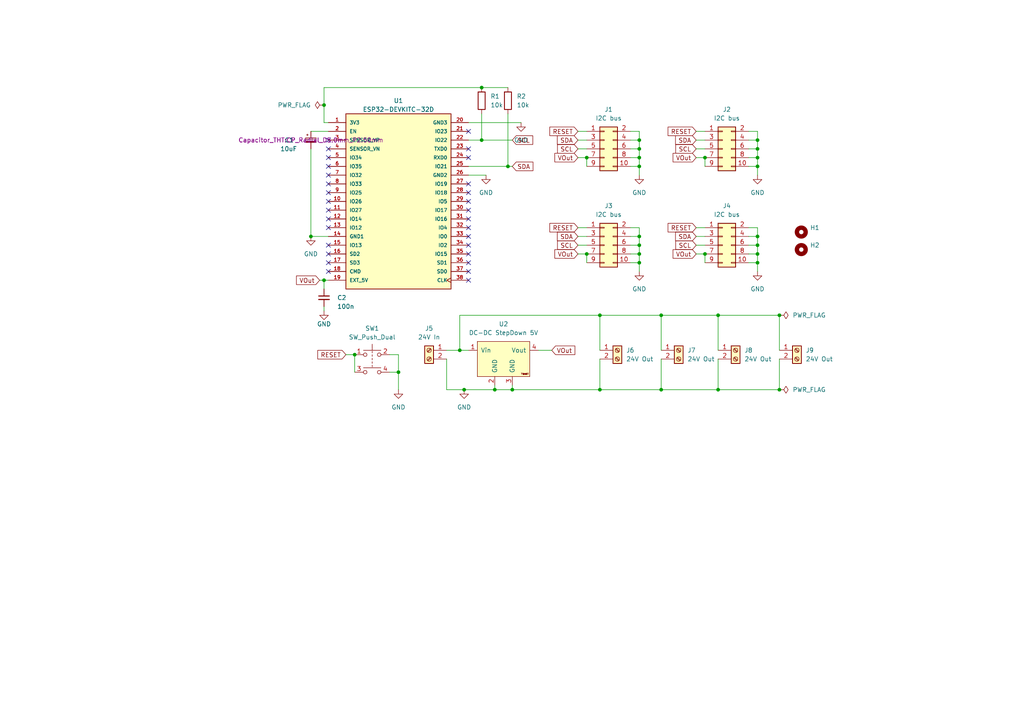
<source format=kicad_sch>
(kicad_sch (version 20211123) (generator eeschema)
  (paper "A4")
  (lib_symbols
    (symbol "Connector:Screw_Terminal_01x02" (pin_names (offset 1.016) hide)
      (property "Reference" "J" (at 0 2.54 0))
      (property "Value" "Screw_Terminal_01x02" (at 0 -5.08 0))
      (symbol "Screw_Terminal_01x02_1_1"
        (rectangle (start -1.27 1.27) (end 1.27 -3.81) (stroke (width 0.254)) (fill (type background)))
        (circle (center 0 -2.54) (radius 0.635) (stroke (width 0.1524)))
        (polyline (pts (xy -0.5334 -2.2098) (xy 0.3302 -3.048)) (stroke (width 0.1524)))
        (polyline (pts (xy -0.5334 0.3302) (xy 0.3302 -0.508)) (stroke (width 0.1524)))
        (polyline (pts (xy -0.3556 -2.032) (xy 0.508 -2.8702)) (stroke (width 0.1524)))
        (polyline (pts (xy -0.3556 0.508) (xy 0.508 -0.3302)) (stroke (width 0.1524)))
        (circle (center 0 0) (radius 0.635) (stroke (width 0.1524)))
        (pin passive line (at -5.08 0 0) (length 3.81) (name "Pin_1") (number "1"))
        (pin passive line (at -5.08 -2.54 0) (length 3.81) (name "Pin_2") (number "2"))
      )
    )
    (symbol "Connector_Generic:Conn_02x05_Odd_Even" (pin_names (offset 1.016) hide)
      (property "Reference" "J" (at 1.27 7.62 0))
      (property "Value" "Conn_02x05_Odd_Even" (at 1.27 -7.62 0))
      (symbol "Conn_02x05_Odd_Even_1_1"
        (rectangle (start -1.27 -4.953) (end 0 -5.207) (stroke (width 0.1524)))
        (rectangle (start -1.27 -2.413) (end 0 -2.667) (stroke (width 0.1524)))
        (rectangle (start -1.27 0.127) (end 0 -0.127) (stroke (width 0.1524)))
        (rectangle (start -1.27 2.667) (end 0 2.413) (stroke (width 0.1524)))
        (rectangle (start -1.27 5.207) (end 0 4.953) (stroke (width 0.1524)))
        (rectangle (start -1.27 6.35) (end 3.81 -6.35) (stroke (width 0.254)) (fill (type background)))
        (rectangle (start 3.81 -4.953) (end 2.54 -5.207) (stroke (width 0.1524)))
        (rectangle (start 3.81 -2.413) (end 2.54 -2.667) (stroke (width 0.1524)))
        (rectangle (start 3.81 0.127) (end 2.54 -0.127) (stroke (width 0.1524)))
        (rectangle (start 3.81 2.667) (end 2.54 2.413) (stroke (width 0.1524)))
        (rectangle (start 3.81 5.207) (end 2.54 4.953) (stroke (width 0.1524)))
        (pin passive line (at -5.08 5.08 0) (length 3.81) (name "Pin_1") (number "1"))
        (pin passive line (at 7.62 -5.08 180) (length 3.81) (name "Pin_10") (number "10"))
        (pin passive line (at 7.62 5.08 180) (length 3.81) (name "Pin_2") (number "2"))
        (pin passive line (at -5.08 2.54 0) (length 3.81) (name "Pin_3") (number "3"))
        (pin passive line (at 7.62 2.54 180) (length 3.81) (name "Pin_4") (number "4"))
        (pin passive line (at -5.08 0 0) (length 3.81) (name "Pin_5") (number "5"))
        (pin passive line (at 7.62 0 180) (length 3.81) (name "Pin_6") (number "6"))
        (pin passive line (at -5.08 -2.54 0) (length 3.81) (name "Pin_7") (number "7"))
        (pin passive line (at 7.62 -2.54 180) (length 3.81) (name "Pin_8") (number "8"))
        (pin passive line (at -5.08 -5.08 0) (length 3.81) (name "Pin_9") (number "9"))
      )
    )
    (symbol "Device:C_Polarized_Small" (pin_numbers hide) (pin_names (offset 0.254) hide)
      (property "Reference" "C" (at 0.254 1.778 0))
      (property "Value" "C_Polarized_Small" (at 0.254 -2.032 0))
      (symbol "C_Polarized_Small_0_1"
        (rectangle (start -1.524 -0.3048) (end 1.524 -0.6858) (fill (type outline)))
        (rectangle (start -1.524 0.6858) (end 1.524 0.3048))
        (polyline (pts (xy -1.27 1.524) (xy -0.762 1.524)))
        (polyline (pts (xy -1.016 1.27) (xy -1.016 1.778)))
      )
      (symbol "C_Polarized_Small_1_1"
        (pin passive line (at 0 2.54 270) (length 1.8542) (name "~") (number "1"))
        (pin passive line (at 0 -2.54 90) (length 1.8542) (name "~") (number "2"))
      )
    )
    (symbol "Device:C_Small" (pin_numbers hide) (pin_names (offset 0.254) hide)
      (property "Reference" "C" (at 0.254 1.778 0))
      (property "Value" "C_Small" (at 0.254 -2.032 0))
      (symbol "C_Small_0_1"
        (polyline (pts (xy -1.524 -0.508) (xy 1.524 -0.508)) (stroke (width 0.3302)))
        (polyline (pts (xy -1.524 0.508) (xy 1.524 0.508)) (stroke (width 0.3048)))
      )
      (symbol "C_Small_1_1"
        (pin passive line (at 0 2.54 270) (length 2.032) (name "~") (number "1"))
        (pin passive line (at 0 -2.54 90) (length 2.032) (name "~") (number "2"))
      )
    )
    (symbol "Device:R" (pin_numbers hide) (pin_names (offset 0))
      (property "Reference" "R" (at 2.032 0 90))
      (property "Value" "R" (at 0 0 90))
      (symbol "R_0_1"
        (rectangle (start -1.016 -2.54) (end 1.016 2.54) (stroke (width 0.254)))
      )
      (symbol "R_1_1"
        (pin passive line (at 0 3.81 270) (length 1.27) (name "~") (number "1"))
        (pin passive line (at 0 -3.81 90) (length 1.27) (name "~") (number "2"))
      )
    )
    (symbol "ESP32-DEVKITC-32D:ESP32-DEVKITC-32D" (pin_names (offset 1.016))
      (property "Reference" "U" (at -15.2654 26.0604 0))
      (property "Value" "ESP32-DEVKITC-32D" (at -15.2654 -27.9654 0))
      (symbol "ESP32-DEVKITC-32D_0_0"
        (rectangle (start -15.24 -25.4) (end 15.24 25.4) (stroke (width 0.254)) (fill (type background)))
        (pin power_in line (at -20.32 22.86 0) (length 5.08) (name "3V3") (number "1"))
        (pin bidirectional line (at -20.32 0 0) (length 5.08) (name "IO26") (number "10"))
        (pin bidirectional line (at -20.32 -2.54 0) (length 5.08) (name "IO27") (number "11"))
        (pin bidirectional line (at -20.32 -5.08 0) (length 5.08) (name "IO14") (number "12"))
        (pin bidirectional line (at -20.32 -7.62 0) (length 5.08) (name "IO12") (number "13"))
        (pin power_in line (at -20.32 -10.16 0) (length 5.08) (name "GND1") (number "14"))
        (pin bidirectional line (at -20.32 -12.7 0) (length 5.08) (name "IO13") (number "15"))
        (pin bidirectional line (at -20.32 -15.24 0) (length 5.08) (name "SD2") (number "16"))
        (pin bidirectional line (at -20.32 -17.78 0) (length 5.08) (name "SD3") (number "17"))
        (pin bidirectional line (at -20.32 -20.32 0) (length 5.08) (name "CMD") (number "18"))
        (pin power_in line (at -20.32 -22.86 0) (length 5.08) (name "EXT_5V") (number "19"))
        (pin input line (at -20.32 20.32 0) (length 5.08) (name "EN") (number "2"))
        (pin power_in line (at 20.32 22.86 180) (length 5.08) (name "GND3") (number "20"))
        (pin bidirectional line (at 20.32 20.32 180) (length 5.08) (name "IO23") (number "21"))
        (pin bidirectional line (at 20.32 17.78 180) (length 5.08) (name "IO22") (number "22"))
        (pin output line (at 20.32 15.24 180) (length 5.08) (name "TXD0") (number "23"))
        (pin input line (at 20.32 12.7 180) (length 5.08) (name "RXD0") (number "24"))
        (pin bidirectional line (at 20.32 10.16 180) (length 5.08) (name "IO21") (number "25"))
        (pin power_in line (at 20.32 7.62 180) (length 5.08) (name "GND2") (number "26"))
        (pin bidirectional line (at 20.32 5.08 180) (length 5.08) (name "IO19") (number "27"))
        (pin bidirectional line (at 20.32 2.54 180) (length 5.08) (name "IO18") (number "28"))
        (pin bidirectional line (at 20.32 0 180) (length 5.08) (name "IO5") (number "29"))
        (pin input line (at -20.32 17.78 0) (length 5.08) (name "SENSOR_VP") (number "3"))
        (pin bidirectional line (at 20.32 -2.54 180) (length 5.08) (name "IO17") (number "30"))
        (pin bidirectional line (at 20.32 -5.08 180) (length 5.08) (name "IO16") (number "31"))
        (pin bidirectional line (at 20.32 -7.62 180) (length 5.08) (name "IO4") (number "32"))
        (pin bidirectional line (at 20.32 -10.16 180) (length 5.08) (name "IO0") (number "33"))
        (pin bidirectional line (at 20.32 -12.7 180) (length 5.08) (name "IO2") (number "34"))
        (pin bidirectional line (at 20.32 -15.24 180) (length 5.08) (name "IO15") (number "35"))
        (pin bidirectional line (at 20.32 -17.78 180) (length 5.08) (name "SD1") (number "36"))
        (pin bidirectional line (at 20.32 -20.32 180) (length 5.08) (name "SD0") (number "37"))
        (pin input clock (at 20.32 -22.86 180) (length 5.08) (name "CLK") (number "38"))
        (pin input line (at -20.32 15.24 0) (length 5.08) (name "SENSOR_VN") (number "4"))
        (pin bidirectional line (at -20.32 12.7 0) (length 5.08) (name "IO34") (number "5"))
        (pin bidirectional line (at -20.32 10.16 0) (length 5.08) (name "IO35") (number "6"))
        (pin bidirectional line (at -20.32 7.62 0) (length 5.08) (name "IO32") (number "7"))
        (pin bidirectional line (at -20.32 5.08 0) (length 5.08) (name "IO33") (number "8"))
        (pin bidirectional line (at -20.32 2.54 0) (length 5.08) (name "IO25") (number "9"))
      )
    )
    (symbol "Mechanical:MountingHole" (pin_names (offset 1.016))
      (property "Reference" "H" (at 0 5.08 0))
      (property "Value" "MountingHole" (at 0 3.175 0))
      (symbol "MountingHole_0_1"
        (circle (center 0 0) (radius 1.27) (stroke (width 1.27)))
      )
    )
    (symbol "Switch:SW_Push_Dual" (pin_names (offset 1.016) hide)
      (property "Reference" "SW" (at 1.27 2.54 0))
      (property "Value" "SW_Push_Dual" (at 0 -6.858 0))
      (symbol "SW_Push_Dual_0_1"
        (circle (center -2.032 -5.08) (radius 0.508))
        (circle (center -2.032 0) (radius 0.508))
        (polyline (pts (xy 0 -3.048) (xy 0 -3.556)))
        (polyline (pts (xy 0 -2.032) (xy 0 -2.54)))
        (polyline (pts (xy 0 -1.524) (xy 0 -1.016)))
        (polyline (pts (xy 0 -0.508) (xy 0 0)))
        (polyline (pts (xy 0 0.508) (xy 0 1.016)))
        (polyline (pts (xy 0 1.27) (xy 0 3.048)))
        (polyline (pts (xy 2.54 -3.81) (xy -2.54 -3.81)))
        (polyline (pts (xy 2.54 1.27) (xy -2.54 1.27)))
        (circle (center 2.032 -5.08) (radius 0.508))
        (circle (center 2.032 0) (radius 0.508))
        (pin passive line (at -5.08 0 0) (length 2.54) (name "1") (number "1"))
        (pin passive line (at 5.08 0 180) (length 2.54) (name "2") (number "2"))
        (pin passive line (at -5.08 -5.08 0) (length 2.54) (name "3") (number "3"))
        (pin passive line (at 5.08 -5.08 180) (length 2.54) (name "4") (number "4"))
      )
    )
    (symbol "power:GND" (power) (pin_names (offset 0))
      (property "Value" "GND" (at 0 -3.81 0))
      (symbol "GND_0_1"
        (polyline (pts (xy 0 0) (xy 0 -1.27) (xy 1.27 -1.27) (xy 0 -2.54) (xy -1.27 -1.27) (xy 0 -1.27)))
      )
      (symbol "GND_1_1"
        (pin power_in line (at 0 0 270) (length 0) hide (name "GND") (number "1"))
      )
    )
    (symbol "power:PWR_FLAG" (power) (pin_numbers hide) (pin_names (offset 0) hide)
      (property "Value" "PWR_FLAG" (at 0 3.81 0))
      (symbol "PWR_FLAG_0_0"
        (pin power_out line (at 0 0 90) (length 0) (name "pwr") (number "1"))
      )
      (symbol "PWR_FLAG_0_1"
        (polyline (pts (xy 0 0) (xy 0 1.27) (xy -1.016 1.905) (xy 0 2.54) (xy 1.016 1.905) (xy 0 1.27)))
      )
    )
    (symbol "yaaj_dcdc_stepdown_lm2596:YAAJ_DCDC_StepDown_LM2596" (pin_names (offset 1.016))
      (property "Reference" "U" (at -5.08 6.35 0))
      (property "Value" "YAAJ_DCDC_StepDown_LM2596" (at 0 11.43 0))
      (symbol "YAAJ_DCDC_StepDown_LM2596_0_1"
        (rectangle (start -7.62 5.08) (end 7.62 -5.08) (fill (type background)))
      )
      (symbol "YAAJ_DCDC_StepDown_LM2596_1_1"
        (text "Y@@V" (at 6.1976 -4.2672 0) (effects (font (size 0.508 0.508))))
        (pin power_in line (at -10.16 2.54 0) (length 2.54) (name "Vin") (number "1"))
        (pin power_in line (at -2.54 -7.62 90) (length 2.54) (name "GND") (number "2"))
        (pin power_in line (at 2.54 -7.62 90) (length 2.54) (name "GND") (number "3"))
        (pin power_out line (at 10.16 2.54 180) (length 2.54) (name "Vout") (number "4"))
      )
    )
  )
  (junction (at 204.47 45.72))
  (junction (at 90.17 68.58))
  (junction (at 143.51 113.03))
  (junction (at 185.42 68.58))
  (junction (at 219.71 43.18))
  (junction (at 139.7 25.4))
  (junction (at 93.98 30.48))
  (junction (at 134.62 113.03))
  (junction (at 170.18 73.66))
  (junction (at 185.42 40.64))
  (junction (at 173.99 91.44))
  (junction (at 219.71 48.26))
  (junction (at 226.06 113.03))
  (junction (at 185.42 76.2))
  (junction (at 170.18 45.72))
  (junction (at 191.77 113.03))
  (junction (at 148.59 113.03))
  (junction (at 208.28 91.44))
  (junction (at 93.98 81.28))
  (junction (at 219.71 45.72))
  (junction (at 147.32 48.26))
  (junction (at 185.42 71.12))
  (junction (at 191.77 91.44))
  (junction (at 208.28 113.03))
  (junction (at 226.06 91.44))
  (junction (at 219.71 73.66))
  (junction (at 173.99 113.03))
  (junction (at 185.42 43.18))
  (junction (at 139.7 40.64))
  (junction (at 219.71 71.12))
  (junction (at 219.71 40.64))
  (junction (at 115.57 107.95))
  (junction (at 185.42 73.66))
  (junction (at 133.35 101.6))
  (junction (at 219.71 68.58))
  (junction (at 102.87 102.87))
  (junction (at 185.42 45.72))
  (junction (at 204.47 73.66))
  (junction (at 219.71 76.2))
  (junction (at 185.42 48.26))
  (no_connect (at 95.25 45.72))
  (no_connect (at 95.25 63.5))
  (no_connect (at 135.89 68.58))
  (no_connect (at 95.25 66.04))
  (no_connect (at 135.89 58.42))
  (no_connect (at 95.25 60.96))
  (no_connect (at 135.89 78.74))
  (no_connect (at 95.25 58.42))
  (no_connect (at 135.89 81.28))
  (no_connect (at 135.89 60.96))
  (no_connect (at 135.89 63.5))
  (no_connect (at 135.89 53.34))
  (no_connect (at 95.25 71.12))
  (no_connect (at 95.25 76.2))
  (no_connect (at 95.25 78.74))
  (no_connect (at 135.89 71.12))
  (no_connect (at 135.89 38.1))
  (no_connect (at 135.89 66.04))
  (no_connect (at 95.25 48.26))
  (no_connect (at 95.25 53.34))
  (no_connect (at 95.25 43.18))
  (no_connect (at 135.89 45.72))
  (no_connect (at 135.89 76.2))
  (no_connect (at 135.89 55.88))
  (no_connect (at 95.25 40.64))
  (no_connect (at 135.89 73.66))
  (no_connect (at 95.25 73.66))
  (no_connect (at 95.25 55.88))
  (no_connect (at 135.89 43.18))
  (no_connect (at 95.25 50.8))
  (wire (pts (xy 182.88 71.12) (xy 185.42 71.12)))
  (wire (pts (xy 204.47 45.72) (xy 204.47 48.26)))
  (wire (pts (xy 115.57 102.87) (xy 115.57 107.95)))
  (wire (pts (xy 93.98 25.4) (xy 139.7 25.4)))
  (wire (pts (xy 219.71 71.12) (xy 219.71 73.66)))
  (wire (pts (xy 185.42 68.58) (xy 185.42 71.12)))
  (wire (pts (xy 92.71 81.28) (xy 93.98 81.28)))
  (wire (pts (xy 185.42 66.04) (xy 185.42 68.58)))
  (wire (pts (xy 217.17 73.66) (xy 219.71 73.66)))
  (wire (pts (xy 147.32 48.26) (xy 148.59 48.26)))
  (wire (pts (xy 135.89 48.26) (xy 147.32 48.26)))
  (wire (pts (xy 182.88 76.2) (xy 185.42 76.2)))
  (wire (pts (xy 219.71 66.04) (xy 219.71 68.58)))
  (wire (pts (xy 182.88 43.18) (xy 185.42 43.18)))
  (wire (pts (xy 185.42 40.64) (xy 185.42 43.18)))
  (wire (pts (xy 219.71 38.1) (xy 219.71 40.64)))
  (wire (pts (xy 113.03 102.87) (xy 115.57 102.87)))
  (wire (pts (xy 139.7 33.02) (xy 139.7 40.64)))
  (wire (pts (xy 113.03 107.95) (xy 115.57 107.95)))
  (wire (pts (xy 217.17 38.1) (xy 219.71 38.1)))
  (wire (pts (xy 219.71 48.26) (xy 219.71 50.8)))
  (wire (pts (xy 143.51 113.03) (xy 148.59 113.03)))
  (wire (pts (xy 182.88 38.1) (xy 185.42 38.1)))
  (wire (pts (xy 182.88 66.04) (xy 185.42 66.04)))
  (wire (pts (xy 201.93 73.66) (xy 204.47 73.66)))
  (wire (pts (xy 191.77 91.44) (xy 208.28 91.44)))
  (wire (pts (xy 133.35 101.6) (xy 133.35 91.44)))
  (wire (pts (xy 167.64 66.04) (xy 170.18 66.04)))
  (wire (pts (xy 217.17 43.18) (xy 219.71 43.18)))
  (wire (pts (xy 139.7 40.64) (xy 148.59 40.64)))
  (wire (pts (xy 182.88 40.64) (xy 185.42 40.64)))
  (wire (pts (xy 191.77 91.44) (xy 191.77 101.6)))
  (wire (pts (xy 201.93 66.04) (xy 204.47 66.04)))
  (wire (pts (xy 93.98 81.28) (xy 93.98 83.82)))
  (wire (pts (xy 90.17 68.58) (xy 95.25 68.58)))
  (wire (pts (xy 219.71 43.18) (xy 219.71 45.72)))
  (wire (pts (xy 185.42 76.2) (xy 185.42 78.74)))
  (wire (pts (xy 217.17 40.64) (xy 219.71 40.64)))
  (wire (pts (xy 185.42 71.12) (xy 185.42 73.66)))
  (wire (pts (xy 134.62 113.03) (xy 143.51 113.03)))
  (wire (pts (xy 93.98 35.56) (xy 95.25 35.56)))
  (wire (pts (xy 148.59 113.03) (xy 173.99 113.03)))
  (wire (pts (xy 148.59 111.76) (xy 148.59 113.03)))
  (wire (pts (xy 208.28 113.03) (xy 208.28 104.14)))
  (wire (pts (xy 201.93 71.12) (xy 204.47 71.12)))
  (wire (pts (xy 167.64 73.66) (xy 170.18 73.66)))
  (wire (pts (xy 201.93 38.1) (xy 204.47 38.1)))
  (wire (pts (xy 201.93 40.64) (xy 204.47 40.64)))
  (wire (pts (xy 219.71 73.66) (xy 219.71 76.2)))
  (wire (pts (xy 93.98 30.48) (xy 93.98 25.4)))
  (wire (pts (xy 135.89 50.8) (xy 140.97 50.8)))
  (wire (pts (xy 133.35 101.6) (xy 135.89 101.6)))
  (wire (pts (xy 93.98 81.28) (xy 95.25 81.28)))
  (wire (pts (xy 90.17 38.1) (xy 95.25 38.1)))
  (wire (pts (xy 147.32 33.02) (xy 147.32 48.26)))
  (wire (pts (xy 217.17 66.04) (xy 219.71 66.04)))
  (wire (pts (xy 93.98 35.56) (xy 93.98 30.48)))
  (wire (pts (xy 226.06 113.03) (xy 226.06 104.14)))
  (wire (pts (xy 173.99 113.03) (xy 173.99 104.14)))
  (wire (pts (xy 219.71 40.64) (xy 219.71 43.18)))
  (wire (pts (xy 173.99 91.44) (xy 191.77 91.44)))
  (wire (pts (xy 201.93 68.58) (xy 204.47 68.58)))
  (wire (pts (xy 93.98 88.9) (xy 93.98 90.17)))
  (wire (pts (xy 185.42 38.1) (xy 185.42 40.64)))
  (wire (pts (xy 173.99 113.03) (xy 191.77 113.03)))
  (wire (pts (xy 167.64 45.72) (xy 170.18 45.72)))
  (wire (pts (xy 226.06 91.44) (xy 226.06 101.6)))
  (wire (pts (xy 204.47 73.66) (xy 204.47 76.2)))
  (wire (pts (xy 217.17 45.72) (xy 219.71 45.72)))
  (wire (pts (xy 129.54 104.14) (xy 129.54 113.03)))
  (wire (pts (xy 201.93 45.72) (xy 204.47 45.72)))
  (wire (pts (xy 185.42 48.26) (xy 185.42 50.8)))
  (wire (pts (xy 219.71 45.72) (xy 219.71 48.26)))
  (wire (pts (xy 182.88 73.66) (xy 185.42 73.66)))
  (wire (pts (xy 217.17 68.58) (xy 219.71 68.58)))
  (wire (pts (xy 167.64 38.1) (xy 170.18 38.1)))
  (wire (pts (xy 219.71 68.58) (xy 219.71 71.12)))
  (wire (pts (xy 167.64 43.18) (xy 170.18 43.18)))
  (wire (pts (xy 217.17 71.12) (xy 219.71 71.12)))
  (wire (pts (xy 182.88 45.72) (xy 185.42 45.72)))
  (wire (pts (xy 143.51 111.76) (xy 143.51 113.03)))
  (wire (pts (xy 167.64 40.64) (xy 170.18 40.64)))
  (wire (pts (xy 217.17 76.2) (xy 219.71 76.2)))
  (wire (pts (xy 129.54 101.6) (xy 133.35 101.6)))
  (wire (pts (xy 102.87 102.87) (xy 102.87 107.95)))
  (wire (pts (xy 208.28 91.44) (xy 226.06 91.44)))
  (wire (pts (xy 156.21 101.6) (xy 160.02 101.6)))
  (wire (pts (xy 219.71 76.2) (xy 219.71 78.74)))
  (wire (pts (xy 185.42 45.72) (xy 185.42 48.26)))
  (wire (pts (xy 185.42 73.66) (xy 185.42 76.2)))
  (wire (pts (xy 135.89 40.64) (xy 139.7 40.64)))
  (wire (pts (xy 129.54 113.03) (xy 134.62 113.03)))
  (wire (pts (xy 208.28 113.03) (xy 226.06 113.03)))
  (wire (pts (xy 182.88 68.58) (xy 185.42 68.58)))
  (wire (pts (xy 173.99 91.44) (xy 173.99 101.6)))
  (wire (pts (xy 208.28 91.44) (xy 208.28 101.6)))
  (wire (pts (xy 133.35 91.44) (xy 173.99 91.44)))
  (wire (pts (xy 217.17 48.26) (xy 219.71 48.26)))
  (wire (pts (xy 90.17 43.18) (xy 90.17 68.58)))
  (wire (pts (xy 167.64 71.12) (xy 170.18 71.12)))
  (wire (pts (xy 170.18 73.66) (xy 170.18 76.2)))
  (wire (pts (xy 191.77 113.03) (xy 208.28 113.03)))
  (wire (pts (xy 115.57 107.95) (xy 115.57 113.03)))
  (wire (pts (xy 135.89 35.56) (xy 151.13 35.56)))
  (wire (pts (xy 201.93 43.18) (xy 204.47 43.18)))
  (wire (pts (xy 139.7 25.4) (xy 147.32 25.4)))
  (wire (pts (xy 167.64 68.58) (xy 170.18 68.58)))
  (wire (pts (xy 170.18 45.72) (xy 170.18 48.26)))
  (wire (pts (xy 182.88 48.26) (xy 185.42 48.26)))
  (wire (pts (xy 191.77 113.03) (xy 191.77 104.14)))
  (wire (pts (xy 100.33 102.87) (xy 102.87 102.87)))
  (wire (pts (xy 185.42 43.18) (xy 185.42 45.72)))
  (global_label "SDA" (shape input) (at 167.64 40.64 180) (property "Intersheet References" "${INTERSHEET_REFS}" (effects hide)))
  (global_label "SDA" (shape input) (at 148.59 48.26 0) (property "Intersheet References" "${INTERSHEET_REFS}" (effects hide)))
  (global_label "SCL" (shape input) (at 167.64 43.18 180) (property "Intersheet References" "${INTERSHEET_REFS}" (effects hide)))
  (global_label "SDA" (shape input) (at 201.93 40.64 180) (property "Intersheet References" "${INTERSHEET_REFS}" (effects hide)))
  (global_label "RESET" (shape input) (at 167.64 66.04 180) (property "Intersheet References" "${INTERSHEET_REFS}" (effects hide)))
  (global_label "SDA" (shape input) (at 201.93 68.58 180) (property "Intersheet References" "${INTERSHEET_REFS}" (effects hide)))
  (global_label "SCL" (shape input) (at 148.59 40.64 0) (property "Intersheet References" "${INTERSHEET_REFS}" (effects hide)))
  (global_label "RESET" (shape input) (at 167.64 38.1 180) (property "Intersheet References" "${INTERSHEET_REFS}" (effects hide)))
  (global_label "SCL" (shape input) (at 201.93 71.12 180) (property "Intersheet References" "${INTERSHEET_REFS}" (effects hide)))
  (global_label "SCL" (shape input) (at 201.93 43.18 180) (property "Intersheet References" "${INTERSHEET_REFS}" (effects hide)))
  (global_label "RESET" (shape input) (at 100.33 102.87 180) (property "Intersheet References" "${INTERSHEET_REFS}" (effects hide)))
  (global_label "VOut" (shape input) (at 201.93 45.72 180) (property "Intersheet References" "${INTERSHEET_REFS}" (effects hide)))
  (global_label "VOut" (shape input) (at 160.02 101.6 0) (property "Intersheet References" "${INTERSHEET_REFS}" (effects hide)))
  (global_label "RESET" (shape input) (at 201.93 66.04 180) (property "Intersheet References" "${INTERSHEET_REFS}" (effects hide)))
  (global_label "RESET" (shape input) (at 201.93 38.1 180) (property "Intersheet References" "${INTERSHEET_REFS}" (effects hide)))
  (global_label "VOut" (shape input) (at 167.64 45.72 180) (property "Intersheet References" "${INTERSHEET_REFS}" (effects hide)))
  (global_label "SDA" (shape input) (at 167.64 68.58 180) (property "Intersheet References" "${INTERSHEET_REFS}" (effects hide)))
  (global_label "VOut" (shape input) (at 201.93 73.66 180) (property "Intersheet References" "${INTERSHEET_REFS}" (effects hide)))
  (global_label "VOut" (shape input) (at 92.71 81.28 180) (property "Intersheet References" "${INTERSHEET_REFS}" (effects hide)))
  (global_label "SCL" (shape input) (at 167.64 71.12 180) (property "Intersheet References" "${INTERSHEET_REFS}" (effects hide)))
  (global_label "VOut" (shape input) (at 167.64 73.66 180) (property "Intersheet References" "${INTERSHEET_REFS}" (effects hide)))
  (symbol (lib_id "Connector:Screw_Terminal_01x02") (at 213.36 101.6 0) (unit 1)
    (property "Reference" "J8" (at 215.9 101.5999 0) (effects (justify left)))
    (property "Value" "24V Out" (at 215.9 104.1399 0) (effects (justify left)))
    (property "Footprint" "TerminalBlock:TerminalBlock_bornier-2_P5.08mm" (effects hide))
  )
  (symbol (lib_id "power:GND") (at 185.42 50.8 0) (unit 1)
    (property "Reference" "#PWR0101" (effects hide))
    (property "Value" "GND" (at 185.42 55.88 0))
  )
  (symbol (lib_id "power:GND") (at 219.71 78.74 0) (unit 1)
    (property "Reference" "#PWR0105" (effects hide))
    (property "Value" "GND" (at 219.71 83.82 0))
  )
  (symbol (lib_id "power:GND") (at 185.42 78.74 0) (unit 1)
    (property "Reference" "#PWR0103" (effects hide))
    (property "Value" "GND" (at 185.42 83.82 0))
  )
  (symbol (lib_id "power:GND") (at 93.98 90.17 0) (unit 1)
    (property "Reference" "#PWR0110" (effects hide))
    (property "Value" "GND" (at 93.98 93.98 0))
  )
  (symbol (lib_id "Connector_Generic:Conn_02x05_Odd_Even") (at 175.26 43.18 0) (unit 1)
    (property "Reference" "J1" (at 176.53 31.75 0))
    (property "Value" "I2C bus" (at 176.53 34.29 0))
    (property "Footprint" "Connector_IDC:IDC-Header_2x05_P2.54mm_Vertical" (effects hide))
  )
  (symbol (lib_id "ESP32-DEVKITC-32D:ESP32-DEVKITC-32D") (at 115.57 58.42 0) (unit 1)
    (property "Reference" "U1" (at 115.57 29.21 0))
    (property "Value" "ESP32-DEVKITC-32D" (at 115.57 31.75 0))
    (property "Footprint" "ESP32-DEVKITC-32D:MODULE_ESP32-DEVKITC-32D" (effects hide))
    (property "MANUFACTURER" "Espressif Systems" (effects hide))
    (property "PARTREV" "4" (effects hide))
  )
  (symbol (lib_id "Device:R") (at 147.32 29.21 0) (unit 1)
    (property "Reference" "R2" (at 149.86 27.9399 0) (effects (justify left)))
    (property "Value" "10k" (at 149.86 30.4799 0) (effects (justify left)))
    (property "Footprint" "Resistor_THT:R_Axial_DIN0204_L3.6mm_D1.6mm_P7.62mm_Horizontal" (effects hide))
  )
  (symbol (lib_id "power:GND") (at 140.97 50.8 0) (unit 1)
    (property "Reference" "#PWR0107" (effects hide))
    (property "Value" "GND" (at 140.97 55.88 0))
  )
  (symbol (lib_id "Connector:Screw_Terminal_01x02") (at 231.14 101.6 0) (unit 1)
    (property "Reference" "J9" (at 233.68 101.5999 0) (effects (justify left)))
    (property "Value" "24V Out" (at 233.68 104.1399 0) (effects (justify left)))
    (property "Footprint" "TerminalBlock:TerminalBlock_bornier-2_P5.08mm" (effects hide))
  )
  (symbol (lib_id "Device:C_Small") (at 93.98 86.36 0) (unit 1)
    (property "Reference" "C2" (at 97.79 86.36 0) (effects (justify left)))
    (property "Value" "100n" (at 97.79 88.9 0) (effects (justify left)))
    (property "Footprint" "Capacitor_SMD:C_1206_3216Metric_Pad1.33x1.80mm_HandSolder" (effects hide))
  )
  (symbol (lib_id "Device:R") (at 139.7 29.21 0) (unit 1)
    (property "Reference" "R1" (at 142.24 27.9399 0) (effects (justify left)))
    (property "Value" "10k" (at 142.24 30.4799 0) (effects (justify left)))
    (property "Footprint" "Resistor_THT:R_Axial_DIN0204_L3.6mm_D1.6mm_P7.62mm_Horizontal" (effects hide))
  )
  (symbol (lib_id "power:GND") (at 90.17 68.58 0) (unit 1)
    (property "Reference" "#PWR0109" (effects hide))
    (property "Value" "GND" (at 90.17 73.66 0))
  )
  (symbol (lib_id "power:GND") (at 134.62 113.03 0) (unit 1)
    (property "Reference" "#PWR0102" (effects hide))
    (property "Value" "GND" (at 134.62 118.11 0))
  )
  (symbol (lib_id "Connector_Generic:Conn_02x05_Odd_Even") (at 175.26 71.12 0) (unit 1)
    (property "Reference" "J3" (at 176.53 59.69 0))
    (property "Value" "I2C bus" (at 176.53 62.23 0))
    (property "Footprint" "Connector_IDC:IDC-Header_2x05_P2.54mm_Vertical" (effects hide))
  )
  (symbol (lib_id "Connector:Screw_Terminal_01x02") (at 196.85 101.6 0) (unit 1)
    (property "Reference" "J7" (at 199.39 101.5999 0) (effects (justify left)))
    (property "Value" "24V Out" (at 199.39 104.1399 0) (effects (justify left)))
    (property "Footprint" "TerminalBlock:TerminalBlock_bornier-2_P5.08mm" (effects hide))
  )
  (symbol (lib_id "Switch:SW_Push_Dual") (at 107.95 102.87 0) (unit 1)
    (property "Reference" "SW1" (at 107.95 95.25 0))
    (property "Value" "SW_Push_Dual" (at 107.95 97.79 0))
    (property "Footprint" "Button_Switch_THT:SW_PUSH_6mm_H5mm" (effects hide))
  )
  (symbol (lib_id "yaaj_dcdc_stepdown_lm2596:YAAJ_DCDC_StepDown_LM2596") (at 146.05 104.14 0) (unit 1)
    (property "Reference" "U2" (at 146.05 93.98 0))
    (property "Value" "DC-DC StepDown 5V" (at 146.05 96.52 0))
    (property "Footprint" "DC-DC-StepDown:DCDC_StepDown_LM2596" (effects hide))
  )
  (symbol (lib_id "Device:C_Polarized_Small") (at 90.17 40.64 0) (unit 1)
    (property "Reference" "C1" (at 82.55 40.64 0) (effects (justify left)))
    (property "Value" "10uF" (at 81.28 43.18 0) (effects (justify left)))
    (property "Footprint" "Capacitor_THT:CP_Radial_D5.0mm_P2.50mm" (at 90.17 40.64 0))
  )
  (symbol (lib_id "power:GND") (at 115.57 113.03 0) (unit 1)
    (property "Reference" "#PWR0106" (effects hide))
    (property "Value" "GND" (at 115.57 118.11 0))
  )
  (symbol (lib_id "Connector:Screw_Terminal_01x02") (at 124.46 101.6 0) (mirror y) (unit 1)
    (property "Reference" "J5" (at 124.46 95.25 0))
    (property "Value" "24V In" (at 124.46 97.79 0))
    (property "Footprint" "TerminalBlock:TerminalBlock_bornier-2_P5.08mm" (effects hide))
  )
  (symbol (lib_id "Mechanical:MountingHole") (at 232.41 72.39 0) (unit 1) (in_bom no)
    (property "Reference" "H2" (at 234.95 71.1199 0) (effects (justify left)))
    (property "Value" "MountingHole" (effects hide))
    (property "Footprint" "MountingHole:MountingHole_3.2mm_M3" (effects hide))
  )
  (symbol (lib_id "Connector_Generic:Conn_02x05_Odd_Even") (at 209.55 71.12 0) (unit 1)
    (property "Reference" "J4" (at 210.82 59.69 0))
    (property "Value" "I2C bus" (at 210.82 62.23 0))
    (property "Footprint" "Connector_IDC:IDC-Header_2x05_P2.54mm_Vertical" (effects hide))
  )
  (symbol (lib_id "Connector_Generic:Conn_02x05_Odd_Even") (at 209.55 43.18 0) (unit 1)
    (property "Reference" "J2" (at 210.82 31.75 0))
    (property "Value" "I2C bus" (at 210.82 34.29 0))
    (property "Footprint" "Connector_IDC:IDC-Header_2x05_P2.54mm_Vertical" (effects hide))
  )
  (symbol (lib_id "power:GND") (at 151.13 35.56 0) (unit 1)
    (property "Reference" "#PWR0108" (effects hide))
    (property "Value" "GND" (at 151.13 40.64 0))
  )
  (symbol (lib_id "Mechanical:MountingHole") (at 232.41 67.31 0) (unit 1) (in_bom no)
    (property "Reference" "H1" (at 234.95 66.0399 0) (effects (justify left)))
    (property "Value" "MountingHole" (effects hide))
    (property "Footprint" "MountingHole:MountingHole_3.2mm_M3" (effects hide))
  )
  (symbol (lib_id "power:PWR_FLAG") (at 93.98 30.48 90) (unit 1)
    (property "Reference" "#FLG0103" (effects hide))
    (property "Value" "PWR_FLAG" (at 90.17 30.4801 90) (effects (justify left)))
  )
  (symbol (lib_id "power:PWR_FLAG") (at 226.06 91.44 270) (unit 1)
    (property "Reference" "#FLG0102" (effects hide))
    (property "Value" "PWR_FLAG" (at 229.87 91.4399 90) (effects (justify left)))
  )
  (symbol (lib_id "power:GND") (at 219.71 50.8 0) (unit 1)
    (property "Reference" "#PWR0104" (effects hide))
    (property "Value" "GND" (at 219.71 55.88 0))
  )
  (symbol (lib_id "Connector:Screw_Terminal_01x02") (at 179.07 101.6 0) (unit 1)
    (property "Reference" "J6" (at 181.61 101.5999 0) (effects (justify left)))
    (property "Value" "24V Out" (at 181.61 104.1399 0) (effects (justify left)))
    (property "Footprint" "TerminalBlock:TerminalBlock_bornier-2_P5.08mm" (effects hide))
  )
  (symbol (lib_id "power:PWR_FLAG") (at 226.06 113.03 270) (unit 1)
    (property "Reference" "#FLG0101" (effects hide))
    (property "Value" "PWR_FLAG" (at 229.87 113.0299 90) (effects (justify left)))
  )
)
</source>
